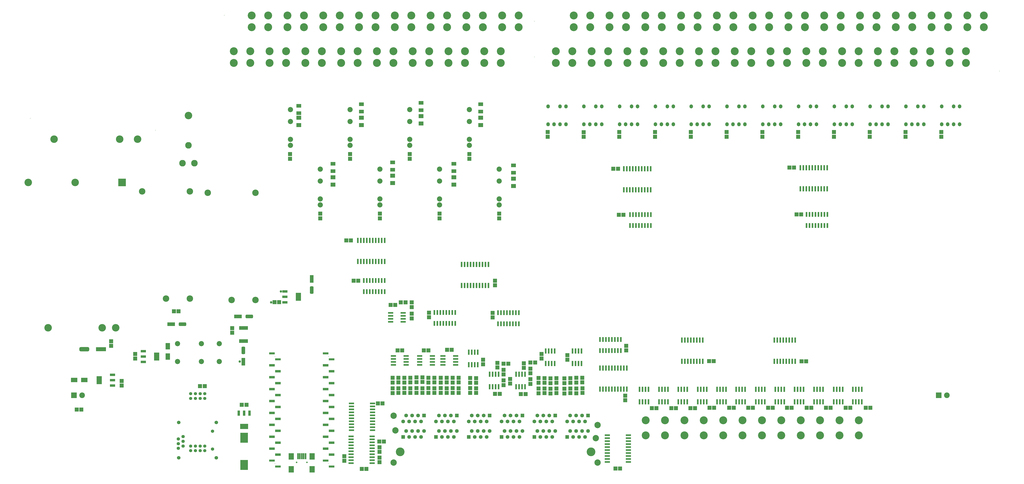
<source format=gts>
%FSLAX25Y25*%
%MOIN*%
G70*
G01*
G75*
G04 Layer_Color=8388736*
%ADD10R,0.05512X0.11811*%
G04:AMPARAMS|DCode=11|XSize=118.11mil|YSize=55.12mil|CornerRadius=13.78mil|HoleSize=0mil|Usage=FLASHONLY|Rotation=90.000|XOffset=0mil|YOffset=0mil|HoleType=Round|Shape=RoundedRectangle|*
%AMROUNDEDRECTD11*
21,1,0.11811,0.02756,0,0,90.0*
21,1,0.09055,0.05512,0,0,90.0*
1,1,0.02756,0.01378,0.04528*
1,1,0.02756,0.01378,-0.04528*
1,1,0.02756,-0.01378,-0.04528*
1,1,0.02756,-0.01378,0.04528*
%
%ADD11ROUNDEDRECTD11*%
%ADD12R,0.05709X0.05906*%
%ADD13R,0.08268X0.12992*%
%ADD14R,0.08268X0.03543*%
%ADD15R,0.07874X0.02362*%
%ADD16R,0.02362X0.08071*%
%ADD17R,0.09000X0.02500*%
%ADD18R,0.09000X0.03500*%
%ADD19R,0.05906X0.05709*%
%ADD20R,0.08071X0.02362*%
%ADD21R,0.02362X0.07480*%
%ADD22R,0.05906X0.05709*%
%ADD23R,0.02362X0.07874*%
%ADD24R,0.11811X0.15748*%
%ADD25R,0.12992X0.08268*%
%ADD26R,0.03543X0.08268*%
%ADD27R,0.01969X0.09252*%
%ADD28R,0.07874X0.09843*%
%ADD29R,0.05709X0.05906*%
%ADD30R,0.14000X0.05500*%
%ADD31R,0.06693X0.09843*%
%ADD32R,0.11811X0.05512*%
G04:AMPARAMS|DCode=33|XSize=118.11mil|YSize=55.12mil|CornerRadius=13.78mil|HoleSize=0mil|Usage=FLASHONLY|Rotation=180.000|XOffset=0mil|YOffset=0mil|HoleType=Round|Shape=RoundedRectangle|*
%AMROUNDEDRECTD33*
21,1,0.11811,0.02756,0,0,180.0*
21,1,0.09055,0.05512,0,0,180.0*
1,1,0.02756,-0.04528,0.01378*
1,1,0.02756,0.04528,0.01378*
1,1,0.02756,0.04528,-0.01378*
1,1,0.02756,-0.04528,-0.01378*
%
%ADD33ROUNDEDRECTD33*%
G04:AMPARAMS|DCode=34|XSize=157.48mil|YSize=62.99mil|CornerRadius=15.75mil|HoleSize=0mil|Usage=FLASHONLY|Rotation=0.000|XOffset=0mil|YOffset=0mil|HoleType=Round|Shape=RoundedRectangle|*
%AMROUNDEDRECTD34*
21,1,0.15748,0.03150,0,0,0.0*
21,1,0.12598,0.06299,0,0,0.0*
1,1,0.03150,0.06299,-0.01575*
1,1,0.03150,-0.06299,-0.01575*
1,1,0.03150,-0.06299,0.01575*
1,1,0.03150,0.06299,0.01575*
%
%ADD34ROUNDEDRECTD34*%
%ADD35R,0.15748X0.06299*%
%ADD36R,0.07480X0.05906*%
%ADD37R,0.07087X0.05512*%
%ADD38R,0.09843X0.06693*%
%ADD39C,0.00600*%
%ADD40C,0.00800*%
%ADD41C,0.02000*%
%ADD42C,0.05000*%
%ADD43C,0.03000*%
%ADD44C,0.07500*%
%ADD45C,0.12500*%
%ADD46C,0.09843*%
%ADD47R,0.05512X0.05512*%
%ADD48C,0.05512*%
%ADD49C,0.07874*%
%ADD50C,0.08661*%
%ADD51R,0.08661X0.08661*%
%ADD52C,0.01772*%
%ADD53C,0.10000*%
%ADD54C,0.11811*%
%ADD55R,0.11811X0.11811*%
%ADD56O,0.04921X0.05906*%
%ADD57C,0.10236*%
%ADD58C,0.04500*%
%ADD59C,0.05118*%
%ADD60C,0.04724*%
%ADD61C,0.03200*%
%ADD62C,0.04000*%
%ADD63C,0.00984*%
%ADD64C,0.02362*%
%ADD65C,0.00787*%
%ADD66C,0.01000*%
%ADD67C,0.01575*%
%ADD68C,0.00500*%
%ADD69R,0.09000X6.30000*%
%ADD70R,1.09500X0.16500*%
%ADD71R,1.22500X0.16500*%
%ADD72R,1.88500X0.16500*%
%ADD73R,2.18000X0.16500*%
%ADD74R,1.62000X0.16500*%
%ADD75R,1.88000X0.16500*%
%ADD76R,2.94000X0.16500*%
%ADD77R,2.63500X0.16500*%
%ADD78R,0.06312X0.12611*%
G04:AMPARAMS|DCode=79|XSize=126.11mil|YSize=63.12mil|CornerRadius=17.78mil|HoleSize=0mil|Usage=FLASHONLY|Rotation=90.000|XOffset=0mil|YOffset=0mil|HoleType=Round|Shape=RoundedRectangle|*
%AMROUNDEDRECTD79*
21,1,0.12611,0.02756,0,0,90.0*
21,1,0.09055,0.06312,0,0,90.0*
1,1,0.03556,0.01378,0.04528*
1,1,0.03556,0.01378,-0.04528*
1,1,0.03556,-0.01378,-0.04528*
1,1,0.03556,-0.01378,0.04528*
%
%ADD79ROUNDEDRECTD79*%
%ADD80R,0.06509X0.06706*%
%ADD81R,0.09068X0.13792*%
%ADD82R,0.09068X0.04343*%
%ADD83R,0.08674X0.03162*%
%ADD84R,0.03162X0.08871*%
%ADD85R,0.09800X0.03300*%
%ADD86R,0.09800X0.04300*%
%ADD87R,0.06706X0.06509*%
%ADD88R,0.08871X0.03162*%
%ADD89R,0.03162X0.08280*%
%ADD90R,0.06706X0.06509*%
%ADD91R,0.03162X0.08674*%
%ADD92R,0.12611X0.16548*%
%ADD93R,0.13792X0.09068*%
%ADD94R,0.04343X0.09068*%
%ADD95R,0.02769X0.10052*%
%ADD96R,0.08674X0.10642*%
%ADD97R,0.06509X0.06706*%
%ADD98R,0.14800X0.06300*%
%ADD99R,0.07493X0.10642*%
%ADD100R,0.12611X0.06312*%
G04:AMPARAMS|DCode=101|XSize=126.11mil|YSize=63.12mil|CornerRadius=17.78mil|HoleSize=0mil|Usage=FLASHONLY|Rotation=180.000|XOffset=0mil|YOffset=0mil|HoleType=Round|Shape=RoundedRectangle|*
%AMROUNDEDRECTD101*
21,1,0.12611,0.02756,0,0,180.0*
21,1,0.09055,0.06312,0,0,180.0*
1,1,0.03556,-0.04528,0.01378*
1,1,0.03556,0.04528,0.01378*
1,1,0.03556,0.04528,-0.01378*
1,1,0.03556,-0.04528,-0.01378*
%
%ADD101ROUNDEDRECTD101*%
G04:AMPARAMS|DCode=102|XSize=165.48mil|YSize=70.99mil|CornerRadius=19.75mil|HoleSize=0mil|Usage=FLASHONLY|Rotation=0.000|XOffset=0mil|YOffset=0mil|HoleType=Round|Shape=RoundedRectangle|*
%AMROUNDEDRECTD102*
21,1,0.16548,0.03150,0,0,0.0*
21,1,0.12598,0.07099,0,0,0.0*
1,1,0.03950,0.06299,-0.01575*
1,1,0.03950,-0.06299,-0.01575*
1,1,0.03950,-0.06299,0.01575*
1,1,0.03950,0.06299,0.01575*
%
%ADD102ROUNDEDRECTD102*%
%ADD103R,0.16548X0.07099*%
%ADD104R,0.08280X0.06706*%
%ADD105R,0.07887X0.06312*%
%ADD106R,0.10642X0.07493*%
%ADD107C,0.13300*%
%ADD108C,0.10642*%
%ADD109C,0.14567*%
%ADD110R,0.06312X0.06312*%
%ADD111C,0.06312*%
%ADD112R,0.00800X0.00800*%
%ADD113C,0.08674*%
%ADD114C,0.09461*%
%ADD115R,0.09461X0.09461*%
%ADD116C,0.02572*%
%ADD117C,0.10800*%
%ADD118C,0.12611*%
%ADD119R,0.12611X0.12611*%
%ADD120O,0.05721X0.06706*%
%ADD121C,0.00800*%
%ADD122C,0.11036*%
%ADD123C,0.05300*%
%ADD124C,0.05918*%
%ADD125C,0.05524*%
D62*
X465100Y-325600D02*
D03*
X396200Y-443200D02*
D03*
X448600Y-343900D02*
D03*
D78*
X516800Y-304451D02*
D03*
X402000Y-443449D02*
D03*
D79*
X516800Y-323349D02*
D03*
X402000Y-424551D02*
D03*
D80*
X454361Y-343700D02*
D03*
X462039D02*
D03*
X1337539Y-196300D02*
D03*
X1329861D02*
D03*
X656739Y-348100D02*
D03*
X649061D02*
D03*
X627661Y-513500D02*
D03*
X635339D02*
D03*
X1346661Y-521000D02*
D03*
X1354339D02*
D03*
X1313661D02*
D03*
X1321339D02*
D03*
X1087161Y-521500D02*
D03*
X1094839D02*
D03*
X1119661D02*
D03*
X1127339D02*
D03*
X1151661D02*
D03*
X1159339D02*
D03*
X1183661Y-521000D02*
D03*
X1191339D02*
D03*
X1216661D02*
D03*
X1224339D02*
D03*
X1282161D02*
D03*
X1289839D02*
D03*
X1248661D02*
D03*
X1256339D02*
D03*
X1379161D02*
D03*
X1386839D02*
D03*
X1445661D02*
D03*
X1453339D02*
D03*
X1412161D02*
D03*
X1419839D02*
D03*
X1338161Y-443000D02*
D03*
X1345839D02*
D03*
X1183161Y-442500D02*
D03*
X1190839D02*
D03*
X594839Y-307500D02*
D03*
X587161D02*
D03*
X1325339Y-117500D02*
D03*
X1317661D02*
D03*
X285661Y-359000D02*
D03*
X293339D02*
D03*
X637839Y-577500D02*
D03*
X630161D02*
D03*
X600661Y-623500D02*
D03*
X608339D02*
D03*
X582339Y-240000D02*
D03*
X574661D02*
D03*
X1039339Y-197000D02*
D03*
X1031661D02*
D03*
X1030239Y-119500D02*
D03*
X1022561D02*
D03*
X1026161Y-623000D02*
D03*
X1033839D02*
D03*
X668339Y-424500D02*
D03*
X660661D02*
D03*
X712339D02*
D03*
X704661D02*
D03*
X751260Y-423500D02*
D03*
X743583D02*
D03*
X130419Y-523980D02*
D03*
X122741D02*
D03*
D81*
X494320Y-334700D02*
D03*
X256821Y-434900D02*
D03*
X160380Y-474600D02*
D03*
D82*
X471879Y-343755D02*
D03*
Y-334700D02*
D03*
Y-325645D02*
D03*
X234380Y-443955D02*
D03*
Y-434900D02*
D03*
Y-425845D02*
D03*
X182820Y-465545D02*
D03*
Y-474600D02*
D03*
Y-483655D02*
D03*
D83*
X583284Y-513500D02*
D03*
Y-518500D02*
D03*
Y-523500D02*
D03*
Y-528500D02*
D03*
Y-533500D02*
D03*
Y-538500D02*
D03*
Y-543500D02*
D03*
Y-548500D02*
D03*
Y-553500D02*
D03*
Y-558500D02*
D03*
X618716Y-513500D02*
D03*
Y-518500D02*
D03*
Y-523500D02*
D03*
Y-528500D02*
D03*
Y-533500D02*
D03*
Y-538500D02*
D03*
Y-543500D02*
D03*
Y-548500D02*
D03*
Y-553500D02*
D03*
Y-558500D02*
D03*
X582784Y-569000D02*
D03*
Y-574000D02*
D03*
Y-579000D02*
D03*
Y-584000D02*
D03*
Y-589000D02*
D03*
Y-594000D02*
D03*
Y-599000D02*
D03*
Y-604000D02*
D03*
Y-609000D02*
D03*
Y-614000D02*
D03*
X618217Y-569000D02*
D03*
Y-574000D02*
D03*
Y-579000D02*
D03*
Y-584000D02*
D03*
Y-589000D02*
D03*
Y-594000D02*
D03*
Y-599000D02*
D03*
Y-604000D02*
D03*
Y-609000D02*
D03*
Y-614000D02*
D03*
X1047717Y-612000D02*
D03*
Y-607000D02*
D03*
Y-602000D02*
D03*
Y-597000D02*
D03*
Y-592000D02*
D03*
Y-587000D02*
D03*
Y-582000D02*
D03*
Y-577000D02*
D03*
Y-572000D02*
D03*
Y-567000D02*
D03*
X1012284Y-612000D02*
D03*
Y-607000D02*
D03*
Y-602000D02*
D03*
Y-597000D02*
D03*
Y-592000D02*
D03*
Y-587000D02*
D03*
Y-582000D02*
D03*
Y-577000D02*
D03*
Y-572000D02*
D03*
Y-567000D02*
D03*
D84*
X1402000Y-489968D02*
D03*
X1397000D02*
D03*
Y-511031D02*
D03*
X1392000Y-489968D02*
D03*
X1407000Y-511031D02*
D03*
X1402000D02*
D03*
X1392000D02*
D03*
X1407000Y-489968D02*
D03*
X1434000D02*
D03*
X1429000D02*
D03*
Y-511031D02*
D03*
X1424000Y-489968D02*
D03*
X1439000Y-511031D02*
D03*
X1434000D02*
D03*
X1424000D02*
D03*
X1439000Y-489968D02*
D03*
X1369000D02*
D03*
X1364000D02*
D03*
Y-511031D02*
D03*
X1359000Y-489968D02*
D03*
X1374000Y-511031D02*
D03*
X1369000D02*
D03*
X1359000D02*
D03*
X1374000Y-489968D02*
D03*
X1336500D02*
D03*
X1331500D02*
D03*
Y-511031D02*
D03*
X1326500Y-489968D02*
D03*
X1341500Y-511031D02*
D03*
X1336500D02*
D03*
X1326500D02*
D03*
X1341500Y-489968D02*
D03*
X1304000D02*
D03*
X1299000D02*
D03*
Y-511031D02*
D03*
X1294000Y-489968D02*
D03*
X1309000Y-511031D02*
D03*
X1304000D02*
D03*
X1294000D02*
D03*
X1309000Y-489968D02*
D03*
X1271500D02*
D03*
X1266500D02*
D03*
Y-511031D02*
D03*
X1261500Y-489968D02*
D03*
X1276500Y-511031D02*
D03*
X1271500D02*
D03*
X1261500D02*
D03*
X1276500Y-489968D02*
D03*
X1238500D02*
D03*
X1233500D02*
D03*
Y-511031D02*
D03*
X1228500Y-489968D02*
D03*
X1243500Y-511031D02*
D03*
X1238500D02*
D03*
X1228500D02*
D03*
X1243500Y-489968D02*
D03*
X1206500D02*
D03*
X1201500D02*
D03*
Y-511031D02*
D03*
X1196500Y-489968D02*
D03*
X1211500Y-511031D02*
D03*
X1206500D02*
D03*
X1196500D02*
D03*
X1211500Y-489968D02*
D03*
X1174000D02*
D03*
X1169000D02*
D03*
Y-511031D02*
D03*
X1164000Y-489968D02*
D03*
X1179000Y-511031D02*
D03*
X1174000D02*
D03*
X1164000D02*
D03*
X1179000Y-489968D02*
D03*
X1141500D02*
D03*
X1136500D02*
D03*
Y-511031D02*
D03*
X1131500Y-489968D02*
D03*
X1146500Y-511031D02*
D03*
X1141500D02*
D03*
X1131500D02*
D03*
X1146500Y-489968D02*
D03*
X1109000D02*
D03*
X1104000D02*
D03*
Y-511031D02*
D03*
X1099000Y-489968D02*
D03*
X1114000Y-511031D02*
D03*
X1109000D02*
D03*
X1099000D02*
D03*
X1114000Y-489968D02*
D03*
X1076500D02*
D03*
X1071500D02*
D03*
Y-511031D02*
D03*
X1066500Y-489968D02*
D03*
X1081500Y-511031D02*
D03*
X1076500D02*
D03*
X1066500D02*
D03*
X1081500Y-489968D02*
D03*
X785000Y-448532D02*
D03*
X790000D02*
D03*
Y-427469D02*
D03*
X795000Y-448532D02*
D03*
X780000Y-427469D02*
D03*
X785000D02*
D03*
X795000D02*
D03*
X780000Y-448532D02*
D03*
X919000Y-425468D02*
D03*
X914000D02*
D03*
Y-446531D02*
D03*
X909000Y-425468D02*
D03*
X924000Y-446531D02*
D03*
X919000D02*
D03*
X909000D02*
D03*
X924000Y-425468D02*
D03*
X964000D02*
D03*
X959000D02*
D03*
Y-446531D02*
D03*
X954000Y-425468D02*
D03*
X969000Y-446531D02*
D03*
X964000D02*
D03*
X954000D02*
D03*
X969000Y-425468D02*
D03*
X869500Y-464468D02*
D03*
X864500D02*
D03*
Y-485531D02*
D03*
X859500Y-464468D02*
D03*
X874500Y-485531D02*
D03*
X869500D02*
D03*
X859500D02*
D03*
X874500Y-464468D02*
D03*
X825000D02*
D03*
X820000D02*
D03*
Y-485531D02*
D03*
X815000Y-464468D02*
D03*
X830000Y-485531D02*
D03*
X825000D02*
D03*
X815000D02*
D03*
X830000Y-464468D02*
D03*
D85*
X550000Y-619500D02*
D03*
X540000Y-609500D02*
D03*
X550000Y-439500D02*
D03*
X540000Y-429500D02*
D03*
X450000D02*
D03*
X460000Y-439500D02*
D03*
X450000Y-609500D02*
D03*
X460000Y-619500D02*
D03*
D86*
X550000Y-599500D02*
D03*
X540000Y-589500D02*
D03*
X550000Y-579500D02*
D03*
X540000Y-569500D02*
D03*
X550000Y-559500D02*
D03*
X540000Y-549500D02*
D03*
X550000Y-539500D02*
D03*
X540000Y-529500D02*
D03*
X550000Y-519500D02*
D03*
X540000Y-509500D02*
D03*
X550000Y-499500D02*
D03*
X540000Y-489500D02*
D03*
X550000Y-479500D02*
D03*
X540000Y-469500D02*
D03*
X550000Y-459500D02*
D03*
X540000Y-449500D02*
D03*
X450000D02*
D03*
X460000Y-459500D02*
D03*
X450000Y-469500D02*
D03*
X460000Y-479500D02*
D03*
X450000Y-489500D02*
D03*
X460000Y-499500D02*
D03*
X450000Y-509500D02*
D03*
X460000Y-519500D02*
D03*
X450000Y-529500D02*
D03*
X460000Y-539500D02*
D03*
X450000Y-549500D02*
D03*
X460000Y-559500D02*
D03*
X450000Y-569500D02*
D03*
X460000Y-579500D02*
D03*
X450000Y-589500D02*
D03*
X460000Y-599500D02*
D03*
D87*
X673937Y-344000D02*
D03*
X666063D02*
D03*
X407437Y-516000D02*
D03*
X399563D02*
D03*
X329563Y-484500D02*
D03*
X337437D02*
D03*
X846437Y-447000D02*
D03*
X838563D02*
D03*
X831937Y-497500D02*
D03*
X824063D02*
D03*
X891437Y-445000D02*
D03*
X883563D02*
D03*
X875437Y-498000D02*
D03*
X867563D02*
D03*
D88*
X670032Y-376500D02*
D03*
X648969Y-361500D02*
D03*
Y-371500D02*
D03*
Y-376500D02*
D03*
X670032Y-361500D02*
D03*
X648969Y-366500D02*
D03*
X670032D02*
D03*
Y-371500D02*
D03*
X674953Y-444000D02*
D03*
Y-439000D02*
D03*
X653890D02*
D03*
X674953Y-434000D02*
D03*
X653890Y-449000D02*
D03*
Y-444000D02*
D03*
Y-434000D02*
D03*
X674953Y-449000D02*
D03*
X718953Y-444000D02*
D03*
Y-439000D02*
D03*
X697890D02*
D03*
X718953Y-434000D02*
D03*
X697890Y-449000D02*
D03*
Y-444000D02*
D03*
Y-434000D02*
D03*
X718953Y-449000D02*
D03*
X757953Y-444000D02*
D03*
Y-439000D02*
D03*
X736890D02*
D03*
X757953Y-434000D02*
D03*
X736890Y-449000D02*
D03*
Y-444000D02*
D03*
Y-434000D02*
D03*
X757953Y-449000D02*
D03*
D89*
X829000Y-379752D02*
D03*
X834000D02*
D03*
X839000D02*
D03*
X844000D02*
D03*
X849000D02*
D03*
X854000D02*
D03*
X859000D02*
D03*
X864000D02*
D03*
X829000Y-361248D02*
D03*
X834000D02*
D03*
X839000D02*
D03*
X844000D02*
D03*
X849000D02*
D03*
X854000D02*
D03*
X859000D02*
D03*
X864000D02*
D03*
X722500Y-379252D02*
D03*
X727500D02*
D03*
X732500D02*
D03*
X737500D02*
D03*
X742500D02*
D03*
X747500D02*
D03*
X752500D02*
D03*
X757500D02*
D03*
X722500Y-360748D02*
D03*
X727500D02*
D03*
X732500D02*
D03*
X737500D02*
D03*
X742500D02*
D03*
X747500D02*
D03*
X752500D02*
D03*
X757500D02*
D03*
X639033Y-307310D02*
D03*
X634033D02*
D03*
X629033D02*
D03*
X624033D02*
D03*
X619033D02*
D03*
X614033D02*
D03*
X609033D02*
D03*
X604033D02*
D03*
X639033Y-325813D02*
D03*
X634033D02*
D03*
X629033D02*
D03*
X624033D02*
D03*
X619033D02*
D03*
X614033D02*
D03*
X609033D02*
D03*
X604033D02*
D03*
X999900Y-424752D02*
D03*
X1004900D02*
D03*
X1009900D02*
D03*
X1014900D02*
D03*
X1019900D02*
D03*
X1024900D02*
D03*
X1029900D02*
D03*
X1034900D02*
D03*
X999900Y-406248D02*
D03*
X1004900D02*
D03*
X1009900D02*
D03*
X1014900D02*
D03*
X1019900D02*
D03*
X1024900D02*
D03*
X1029900D02*
D03*
X1034900D02*
D03*
X1085250Y-196449D02*
D03*
X1080250D02*
D03*
X1075250D02*
D03*
X1070250D02*
D03*
X1065250D02*
D03*
X1060250D02*
D03*
X1055250D02*
D03*
X1050250D02*
D03*
X1085250Y-214953D02*
D03*
X1080250D02*
D03*
X1075250D02*
D03*
X1070250D02*
D03*
X1065250D02*
D03*
X1060250D02*
D03*
X1055250D02*
D03*
X1050250D02*
D03*
X1381500Y-196248D02*
D03*
X1376500D02*
D03*
X1371500D02*
D03*
X1366500D02*
D03*
X1361500D02*
D03*
X1356500D02*
D03*
X1351500D02*
D03*
X1346500D02*
D03*
X1381500Y-214752D02*
D03*
X1376500D02*
D03*
X1371500D02*
D03*
X1366500D02*
D03*
X1361500D02*
D03*
X1356500D02*
D03*
X1351500D02*
D03*
X1346500D02*
D03*
D90*
X820000Y-361661D02*
D03*
Y-369339D02*
D03*
X713500Y-361161D02*
D03*
Y-368839D02*
D03*
X824000Y-315339D02*
D03*
Y-307661D02*
D03*
X383500Y-394839D02*
D03*
Y-387161D02*
D03*
X180500Y-416839D02*
D03*
Y-409161D02*
D03*
X630500Y-587161D02*
D03*
Y-594839D02*
D03*
X571500Y-602161D02*
D03*
Y-609839D02*
D03*
X630500Y-604661D02*
D03*
Y-612339D02*
D03*
X1042400Y-508339D02*
D03*
Y-500661D02*
D03*
X1044000Y-417061D02*
D03*
Y-424739D02*
D03*
X662000Y-488161D02*
D03*
Y-495839D02*
D03*
Y-470661D02*
D03*
Y-478339D02*
D03*
X682000Y-488161D02*
D03*
Y-495839D02*
D03*
Y-470661D02*
D03*
Y-478339D02*
D03*
X702500Y-488161D02*
D03*
Y-495839D02*
D03*
Y-470000D02*
D03*
Y-477677D02*
D03*
X722500Y-488161D02*
D03*
Y-495839D02*
D03*
Y-470661D02*
D03*
Y-478339D02*
D03*
X743000Y-488161D02*
D03*
Y-495839D02*
D03*
Y-470661D02*
D03*
Y-478339D02*
D03*
X763000Y-488161D02*
D03*
Y-495839D02*
D03*
Y-470661D02*
D03*
Y-478339D02*
D03*
X792500Y-488161D02*
D03*
Y-495839D02*
D03*
Y-471161D02*
D03*
Y-478839D02*
D03*
X838500Y-464839D02*
D03*
Y-457161D02*
D03*
X828000Y-453339D02*
D03*
Y-445661D02*
D03*
X883500Y-462839D02*
D03*
Y-455161D02*
D03*
X872500Y-453839D02*
D03*
Y-446161D02*
D03*
X907000Y-488661D02*
D03*
Y-496339D02*
D03*
Y-471161D02*
D03*
Y-478839D02*
D03*
X927000Y-488661D02*
D03*
Y-496339D02*
D03*
Y-471161D02*
D03*
Y-478839D02*
D03*
X950500Y-488661D02*
D03*
Y-496339D02*
D03*
Y-471161D02*
D03*
Y-478839D02*
D03*
X970600Y-488161D02*
D03*
Y-495839D02*
D03*
X970500Y-470461D02*
D03*
Y-478139D02*
D03*
X804000Y-447839D02*
D03*
Y-440161D02*
D03*
X901900Y-430561D02*
D03*
Y-438239D02*
D03*
X945500Y-432661D02*
D03*
Y-440339D02*
D03*
X849500Y-472661D02*
D03*
Y-480339D02*
D03*
D91*
X1381089Y-117894D02*
D03*
X1376089D02*
D03*
X1371089D02*
D03*
X1366089D02*
D03*
X1361089D02*
D03*
X1356089D02*
D03*
X1351089D02*
D03*
X1346089D02*
D03*
X1341089D02*
D03*
X1336089D02*
D03*
X1381089Y-153327D02*
D03*
X1376089D02*
D03*
X1371089D02*
D03*
X1366089D02*
D03*
X1361089D02*
D03*
X1356089D02*
D03*
X1351089D02*
D03*
X1346089D02*
D03*
X1341089D02*
D03*
X1336089D02*
D03*
X1000000Y-489716D02*
D03*
X1005000D02*
D03*
X1010000D02*
D03*
X1015000D02*
D03*
X1020000D02*
D03*
X1025000D02*
D03*
X1030000D02*
D03*
X1035000D02*
D03*
X1040000D02*
D03*
X1045000D02*
D03*
X1000000Y-454284D02*
D03*
X1005000D02*
D03*
X1010000D02*
D03*
X1015000D02*
D03*
X1020000D02*
D03*
X1025000D02*
D03*
X1030000D02*
D03*
X1035000D02*
D03*
X1040000D02*
D03*
X1045000D02*
D03*
X639202Y-239868D02*
D03*
X634202D02*
D03*
X629202D02*
D03*
X624202D02*
D03*
X619202D02*
D03*
X614202D02*
D03*
X609202D02*
D03*
X604202D02*
D03*
X599202D02*
D03*
X594202D02*
D03*
X639202Y-275302D02*
D03*
X634202D02*
D03*
X629202D02*
D03*
X624202D02*
D03*
X619202D02*
D03*
X614202D02*
D03*
X609202D02*
D03*
X604202D02*
D03*
X599202D02*
D03*
X594202D02*
D03*
X1084928Y-119468D02*
D03*
X1079928D02*
D03*
X1074928D02*
D03*
X1069928D02*
D03*
X1064928D02*
D03*
X1059928D02*
D03*
X1054928D02*
D03*
X1049928D02*
D03*
X1044928D02*
D03*
X1039928D02*
D03*
X1084928Y-154902D02*
D03*
X1079928D02*
D03*
X1074928D02*
D03*
X1069928D02*
D03*
X1064928D02*
D03*
X1059928D02*
D03*
X1054928D02*
D03*
X1049928D02*
D03*
X1044928D02*
D03*
X1039928D02*
D03*
X1327500Y-407185D02*
D03*
X1322500D02*
D03*
X1317500D02*
D03*
X1312500D02*
D03*
X1307500D02*
D03*
X1302500D02*
D03*
X1297500D02*
D03*
X1292500D02*
D03*
X1327500Y-442815D02*
D03*
X1322500D02*
D03*
X1317500D02*
D03*
X1312500D02*
D03*
X1307500D02*
D03*
X1302500D02*
D03*
X1297500D02*
D03*
X1292500D02*
D03*
X1172500Y-407185D02*
D03*
X1167500D02*
D03*
X1162500D02*
D03*
X1157500D02*
D03*
X1152500D02*
D03*
X1147500D02*
D03*
X1142500D02*
D03*
X1137500D02*
D03*
X1172500Y-442815D02*
D03*
X1167500D02*
D03*
X1162500D02*
D03*
X1157500D02*
D03*
X1152500D02*
D03*
X1147500D02*
D03*
X1142500D02*
D03*
X1137500D02*
D03*
X813000Y-280283D02*
D03*
X808000D02*
D03*
X803000D02*
D03*
X798000D02*
D03*
X793000D02*
D03*
X788000D02*
D03*
X783000D02*
D03*
X778000D02*
D03*
X773000D02*
D03*
X768000D02*
D03*
X813000Y-315717D02*
D03*
X808000D02*
D03*
X803000D02*
D03*
X798000D02*
D03*
X793000D02*
D03*
X788000D02*
D03*
X783000D02*
D03*
X778000D02*
D03*
X773000D02*
D03*
X768000D02*
D03*
D92*
X403500Y-571272D02*
D03*
Y-616941D02*
D03*
D93*
Y-552220D02*
D03*
D94*
X394445Y-529779D02*
D03*
X403500D02*
D03*
X412555D02*
D03*
D95*
X493701Y-602365D02*
D03*
X496850Y-602367D02*
D03*
X500000D02*
D03*
X506299D02*
D03*
X503150D02*
D03*
D96*
X482480Y-602582D02*
D03*
Y-624235D02*
D03*
X517520D02*
D03*
Y-602582D02*
D03*
D97*
X220800Y-438337D02*
D03*
Y-430463D02*
D03*
X1572500Y-65937D02*
D03*
Y-58063D02*
D03*
X1512500Y-65937D02*
D03*
Y-58063D02*
D03*
X1452500Y-65937D02*
D03*
Y-58063D02*
D03*
X1392500Y-65937D02*
D03*
Y-58063D02*
D03*
X1332500Y-65937D02*
D03*
Y-58063D02*
D03*
X1272500Y-65937D02*
D03*
Y-58063D02*
D03*
X1212500Y-65937D02*
D03*
Y-58063D02*
D03*
X1152500Y-65937D02*
D03*
Y-58063D02*
D03*
X1092500Y-65937D02*
D03*
Y-58063D02*
D03*
X1032500Y-65937D02*
D03*
Y-58063D02*
D03*
X972800Y-66037D02*
D03*
Y-58163D02*
D03*
X831000Y-202937D02*
D03*
Y-195063D02*
D03*
X781000Y-102937D02*
D03*
Y-95063D02*
D03*
X731000Y-202937D02*
D03*
Y-195063D02*
D03*
X681000Y-102937D02*
D03*
Y-95063D02*
D03*
X631000Y-202937D02*
D03*
Y-195063D02*
D03*
X581000Y-102937D02*
D03*
Y-95063D02*
D03*
X531000Y-202937D02*
D03*
Y-195063D02*
D03*
X480500Y-102937D02*
D03*
Y-95063D02*
D03*
X912500Y-65937D02*
D03*
Y-58063D02*
D03*
X652500Y-496137D02*
D03*
Y-488263D02*
D03*
Y-478437D02*
D03*
Y-470563D02*
D03*
X672000Y-495937D02*
D03*
Y-488063D02*
D03*
Y-478437D02*
D03*
Y-470563D02*
D03*
X692500Y-495937D02*
D03*
Y-488063D02*
D03*
Y-477776D02*
D03*
Y-469902D02*
D03*
X684500Y-370937D02*
D03*
Y-363063D02*
D03*
Y-344063D02*
D03*
Y-351937D02*
D03*
X712500Y-495937D02*
D03*
Y-488063D02*
D03*
Y-478437D02*
D03*
Y-470563D02*
D03*
X733000Y-495937D02*
D03*
Y-488063D02*
D03*
Y-478437D02*
D03*
Y-470563D02*
D03*
X753000Y-495937D02*
D03*
Y-488063D02*
D03*
Y-478437D02*
D03*
Y-470563D02*
D03*
X782500Y-495937D02*
D03*
Y-488063D02*
D03*
Y-478937D02*
D03*
Y-471063D02*
D03*
X838500Y-482937D02*
D03*
Y-475063D02*
D03*
X883500Y-480937D02*
D03*
Y-473063D02*
D03*
X897000Y-496437D02*
D03*
Y-488563D02*
D03*
Y-478937D02*
D03*
Y-471063D02*
D03*
X917000Y-496937D02*
D03*
Y-489063D02*
D03*
Y-479437D02*
D03*
Y-471563D02*
D03*
X940500Y-496937D02*
D03*
Y-489063D02*
D03*
Y-479437D02*
D03*
Y-471563D02*
D03*
X960500Y-496437D02*
D03*
Y-488563D02*
D03*
Y-478437D02*
D03*
Y-470563D02*
D03*
X198200Y-475863D02*
D03*
Y-483737D02*
D03*
D98*
X402500Y-387000D02*
D03*
Y-409000D02*
D03*
D99*
X275500Y-417739D02*
D03*
Y-435061D02*
D03*
D100*
X393051Y-367500D02*
D03*
X281051Y-380500D02*
D03*
D101*
X411949Y-367500D02*
D03*
X299949Y-380500D02*
D03*
D102*
X135524Y-422500D02*
D03*
D103*
X163476D02*
D03*
D104*
X855000Y-148602D02*
D03*
Y-136398D02*
D03*
X800000Y-46102D02*
D03*
Y-33898D02*
D03*
X755000Y-146102D02*
D03*
Y-133898D02*
D03*
X700000Y-43602D02*
D03*
Y-31398D02*
D03*
X652500Y-143602D02*
D03*
Y-131398D02*
D03*
X600000Y-46102D02*
D03*
Y-33898D02*
D03*
X552500Y-146102D02*
D03*
Y-133898D02*
D03*
X495000Y-46102D02*
D03*
Y-33898D02*
D03*
D105*
X855000Y-113898D02*
D03*
Y-126102D02*
D03*
X800000Y-11398D02*
D03*
Y-23602D02*
D03*
X755000Y-111398D02*
D03*
Y-123602D02*
D03*
X700000Y-8898D02*
D03*
Y-21102D02*
D03*
X652500Y-108898D02*
D03*
Y-121102D02*
D03*
X600000Y-11398D02*
D03*
Y-23602D02*
D03*
X552500Y-111398D02*
D03*
Y-123602D02*
D03*
X495000Y-13898D02*
D03*
Y-26102D02*
D03*
D106*
X118239Y-474400D02*
D03*
X135561D02*
D03*
D107*
X1076638Y-567146D02*
D03*
Y-541949D02*
D03*
X1109138D02*
D03*
Y-567146D02*
D03*
X1141638D02*
D03*
Y-541949D02*
D03*
X1174138D02*
D03*
Y-567146D02*
D03*
X1206638D02*
D03*
Y-541949D02*
D03*
X1239138D02*
D03*
Y-567146D02*
D03*
X1271638D02*
D03*
Y-541949D02*
D03*
X1304138D02*
D03*
Y-567146D02*
D03*
X1336638D02*
D03*
Y-541949D02*
D03*
X1369138D02*
D03*
Y-567146D02*
D03*
X1401638D02*
D03*
Y-541949D02*
D03*
X1434138D02*
D03*
Y-567146D02*
D03*
X1223800Y118150D02*
D03*
X1196200D02*
D03*
Y137850D02*
D03*
X1223800D02*
D03*
X1253800Y77850D02*
D03*
X1226200D02*
D03*
Y58150D02*
D03*
X1253800D02*
D03*
X1283800Y137850D02*
D03*
X1256200D02*
D03*
Y118150D02*
D03*
X1283800D02*
D03*
X1313800Y58150D02*
D03*
X1286200D02*
D03*
Y77850D02*
D03*
X1313800D02*
D03*
X1343800Y118150D02*
D03*
X1316200D02*
D03*
Y137850D02*
D03*
X1343800D02*
D03*
X1373800Y77850D02*
D03*
X1346200D02*
D03*
Y58150D02*
D03*
X1373800D02*
D03*
X1403800Y137850D02*
D03*
X1376200D02*
D03*
Y118150D02*
D03*
X1403800D02*
D03*
X1433800Y58150D02*
D03*
X1406200D02*
D03*
Y77850D02*
D03*
X1433800D02*
D03*
X1463800Y118150D02*
D03*
X1436200D02*
D03*
Y137850D02*
D03*
X1463800D02*
D03*
X1493800Y77850D02*
D03*
X1466200D02*
D03*
Y58150D02*
D03*
X1493800D02*
D03*
X1523800Y137850D02*
D03*
X1496200D02*
D03*
Y118150D02*
D03*
X1523800D02*
D03*
X1553800Y58150D02*
D03*
X1526200D02*
D03*
Y77850D02*
D03*
X1553800D02*
D03*
X1583800Y118150D02*
D03*
X1556200D02*
D03*
Y137850D02*
D03*
X1583800D02*
D03*
X1643800D02*
D03*
X1616200D02*
D03*
Y118150D02*
D03*
X1643800D02*
D03*
X1613800Y77850D02*
D03*
X1586200D02*
D03*
Y58150D02*
D03*
X1613800D02*
D03*
X1193800D02*
D03*
X1166200D02*
D03*
Y77850D02*
D03*
X1193800D02*
D03*
X1163800Y137850D02*
D03*
X1136200D02*
D03*
Y118150D02*
D03*
X1163800D02*
D03*
X1103800D02*
D03*
X1076200D02*
D03*
Y137850D02*
D03*
X1103800D02*
D03*
X1133800Y77850D02*
D03*
X1106200D02*
D03*
Y58150D02*
D03*
X1133800D02*
D03*
X1073800D02*
D03*
X1046200D02*
D03*
Y77850D02*
D03*
X1073800D02*
D03*
X1043800Y137850D02*
D03*
X1016200D02*
D03*
Y118150D02*
D03*
X1043800D02*
D03*
X1013800Y77850D02*
D03*
X986200D02*
D03*
Y58150D02*
D03*
X1013800D02*
D03*
X983800Y118150D02*
D03*
X956200D02*
D03*
Y137850D02*
D03*
X983800D02*
D03*
X953800Y58150D02*
D03*
X926200D02*
D03*
Y77850D02*
D03*
X953800D02*
D03*
X863800Y137850D02*
D03*
X836200D02*
D03*
Y118150D02*
D03*
X863800D02*
D03*
X833800Y77850D02*
D03*
X806200D02*
D03*
Y58150D02*
D03*
X833800D02*
D03*
X803800Y118150D02*
D03*
X776200D02*
D03*
Y137850D02*
D03*
X803800D02*
D03*
X773800Y77850D02*
D03*
X746200D02*
D03*
Y58150D02*
D03*
X773800D02*
D03*
X743800Y137850D02*
D03*
X716200D02*
D03*
Y118150D02*
D03*
X743800D02*
D03*
X713800Y58150D02*
D03*
X686200D02*
D03*
Y77850D02*
D03*
X713800D02*
D03*
X683800Y118150D02*
D03*
X656200D02*
D03*
Y137850D02*
D03*
X683800D02*
D03*
X563800Y118150D02*
D03*
X536200D02*
D03*
Y137850D02*
D03*
X563800D02*
D03*
X593800Y77850D02*
D03*
X566200D02*
D03*
Y58150D02*
D03*
X593800D02*
D03*
X623800Y137850D02*
D03*
X596200D02*
D03*
Y118150D02*
D03*
X623800D02*
D03*
X653800Y58150D02*
D03*
X626200D02*
D03*
Y77850D02*
D03*
X653800D02*
D03*
X503800Y137850D02*
D03*
X476200D02*
D03*
Y118150D02*
D03*
X503800D02*
D03*
X533800Y58150D02*
D03*
X506200D02*
D03*
Y77850D02*
D03*
X533800D02*
D03*
X473800D02*
D03*
X446200D02*
D03*
Y58150D02*
D03*
X473800D02*
D03*
X443800Y118150D02*
D03*
X416200D02*
D03*
Y137850D02*
D03*
X443800D02*
D03*
X413800Y58150D02*
D03*
X386200D02*
D03*
Y77850D02*
D03*
X413800D02*
D03*
D108*
X992992Y-572024D02*
D03*
X995984Y-550016D02*
D03*
Y-613008D02*
D03*
X657008Y-559031D02*
D03*
X654016Y-534386D02*
D03*
Y-613008D02*
D03*
D109*
X985000Y-595016D02*
D03*
X665000D02*
D03*
D110*
X980000Y-534031D02*
D03*
X925000D02*
D03*
X870000D02*
D03*
X815000Y-533992D02*
D03*
X759980D02*
D03*
X704961D02*
D03*
X670000Y-570016D02*
D03*
X725000D02*
D03*
X780000D02*
D03*
X834980Y-570016D02*
D03*
X890000Y-570016D02*
D03*
X945000D02*
D03*
D111*
X970000Y-534031D02*
D03*
X960000D02*
D03*
X950000D02*
D03*
X890000Y-544031D02*
D03*
X895000Y-534031D02*
D03*
X900000Y-544031D02*
D03*
X905000Y-534031D02*
D03*
X910000Y-544031D02*
D03*
X915000Y-534031D02*
D03*
X920000Y-544031D02*
D03*
X975000D02*
D03*
X965000D02*
D03*
X955000D02*
D03*
X945000D02*
D03*
X865000D02*
D03*
X860000Y-534031D02*
D03*
X855000Y-544031D02*
D03*
X850000Y-534031D02*
D03*
X845000Y-544031D02*
D03*
X840000Y-534031D02*
D03*
X835000Y-544031D02*
D03*
X810000Y-543992D02*
D03*
X805000Y-533992D02*
D03*
X800000Y-543992D02*
D03*
X795000Y-533992D02*
D03*
X790000Y-543992D02*
D03*
X785000Y-533992D02*
D03*
X780000Y-543992D02*
D03*
X754980D02*
D03*
X749980Y-533992D02*
D03*
X744980Y-543992D02*
D03*
X739980Y-533992D02*
D03*
X734980Y-543992D02*
D03*
X729980Y-533992D02*
D03*
X724980Y-543992D02*
D03*
X699961D02*
D03*
X694961Y-533992D02*
D03*
X689961Y-543992D02*
D03*
X684961Y-533992D02*
D03*
X679961Y-543992D02*
D03*
X674961Y-533992D02*
D03*
X669961Y-543992D02*
D03*
X675000Y-560016D02*
D03*
X680000Y-570016D02*
D03*
X685000Y-560016D02*
D03*
X690000Y-570016D02*
D03*
X695000Y-560016D02*
D03*
X700000Y-570016D02*
D03*
X705000Y-560016D02*
D03*
X730000D02*
D03*
X735000Y-570016D02*
D03*
X740000Y-560016D02*
D03*
X745000Y-570016D02*
D03*
X750000Y-560016D02*
D03*
X755000Y-570016D02*
D03*
X760000Y-560016D02*
D03*
X785000D02*
D03*
X790000Y-570016D02*
D03*
X795000Y-560016D02*
D03*
X800000Y-570016D02*
D03*
X805000Y-560016D02*
D03*
X810000Y-570016D02*
D03*
X815000Y-560016D02*
D03*
X839980Y-560016D02*
D03*
X844980Y-570016D02*
D03*
X849980Y-560016D02*
D03*
X854980Y-570016D02*
D03*
X859980Y-560016D02*
D03*
X864980Y-570016D02*
D03*
X869980Y-560016D02*
D03*
X895000Y-560016D02*
D03*
X900000Y-570016D02*
D03*
X905000Y-560016D02*
D03*
X910000Y-570016D02*
D03*
X915000Y-560016D02*
D03*
X920000Y-570016D02*
D03*
X925000Y-560016D02*
D03*
X950000D02*
D03*
X955000Y-570016D02*
D03*
X960000Y-560016D02*
D03*
X965000Y-570016D02*
D03*
X970000Y-560016D02*
D03*
X975000Y-570016D02*
D03*
X980000Y-560016D02*
D03*
D112*
X545000Y-614500D02*
D03*
Y-434500D02*
D03*
X455000D02*
D03*
Y-614500D02*
D03*
D113*
X291700Y-443100D02*
D03*
X331700D02*
D03*
X361700D02*
D03*
Y-413100D02*
D03*
X331700D02*
D03*
X291700D02*
D03*
X531000Y-120400D02*
D03*
Y-140400D02*
D03*
Y-170400D02*
D03*
Y-180400D02*
D03*
X631000Y-120400D02*
D03*
Y-140400D02*
D03*
Y-170400D02*
D03*
Y-180400D02*
D03*
X731000Y-120400D02*
D03*
Y-140400D02*
D03*
Y-170400D02*
D03*
Y-180400D02*
D03*
X831000Y-120400D02*
D03*
Y-140400D02*
D03*
Y-170400D02*
D03*
Y-180400D02*
D03*
X781000Y-80400D02*
D03*
Y-70400D02*
D03*
Y-40400D02*
D03*
Y-20400D02*
D03*
X681000Y-80400D02*
D03*
Y-70400D02*
D03*
Y-40400D02*
D03*
Y-20400D02*
D03*
X581000Y-80400D02*
D03*
Y-70400D02*
D03*
Y-40400D02*
D03*
Y-20400D02*
D03*
X481000Y-80400D02*
D03*
Y-70400D02*
D03*
Y-40400D02*
D03*
Y-20400D02*
D03*
D114*
X1581890Y-500000D02*
D03*
X131890D02*
D03*
D115*
X1568110D02*
D03*
X118110D02*
D03*
D116*
X508661Y-612424D02*
D03*
X491339D02*
D03*
D117*
X342500Y-160000D02*
D03*
X422500D02*
D03*
Y-340000D02*
D03*
X382500D02*
D03*
X232500Y-157500D02*
D03*
X312500D02*
D03*
Y-337500D02*
D03*
X272500D02*
D03*
D118*
X74724Y-386595D02*
D03*
X165276D02*
D03*
X187913D02*
D03*
X41260Y-142500D02*
D03*
X120000D02*
D03*
X224606Y-70020D02*
D03*
X194606D02*
D03*
X84606D02*
D03*
X310000Y-30236D02*
D03*
D119*
X198740Y-142500D02*
D03*
D120*
X1572900Y-15000D02*
D03*
X1592900D02*
D03*
X1602900D02*
D03*
Y-45000D02*
D03*
X1592900D02*
D03*
X1582900D02*
D03*
X1572900D02*
D03*
X1512900D02*
D03*
X1522900D02*
D03*
X1532900D02*
D03*
X1542900D02*
D03*
Y-15000D02*
D03*
X1532900D02*
D03*
X1512900D02*
D03*
X1452900D02*
D03*
X1472900D02*
D03*
X1482900D02*
D03*
Y-45000D02*
D03*
X1472900D02*
D03*
X1462900D02*
D03*
X1452900D02*
D03*
X1392900D02*
D03*
X1402900D02*
D03*
X1412900D02*
D03*
X1422900D02*
D03*
Y-15000D02*
D03*
X1412900D02*
D03*
X1392900D02*
D03*
X1332900D02*
D03*
X1352900D02*
D03*
X1362900D02*
D03*
Y-45000D02*
D03*
X1352900D02*
D03*
X1342900D02*
D03*
X1332900D02*
D03*
X1212900Y-15000D02*
D03*
X1232900D02*
D03*
X1242900D02*
D03*
Y-45000D02*
D03*
X1232900D02*
D03*
X1222900D02*
D03*
X1212900D02*
D03*
X1272900D02*
D03*
X1282900D02*
D03*
X1292900D02*
D03*
X1302900D02*
D03*
Y-15000D02*
D03*
X1292900D02*
D03*
X1272900D02*
D03*
X1152900Y-45000D02*
D03*
X1162900D02*
D03*
X1172900D02*
D03*
X1182900D02*
D03*
Y-15000D02*
D03*
X1172900D02*
D03*
X1152900D02*
D03*
X1092900D02*
D03*
X1112900D02*
D03*
X1122900D02*
D03*
Y-45000D02*
D03*
X1112900D02*
D03*
X1102900D02*
D03*
X1092900D02*
D03*
X1032900D02*
D03*
X1042900D02*
D03*
X1052900D02*
D03*
X1062900D02*
D03*
Y-15000D02*
D03*
X1052900D02*
D03*
X1032900D02*
D03*
X972900D02*
D03*
X992900D02*
D03*
X1002900D02*
D03*
Y-45000D02*
D03*
X992900D02*
D03*
X982900D02*
D03*
X972900D02*
D03*
X912900D02*
D03*
X922900D02*
D03*
X932900D02*
D03*
X942900D02*
D03*
Y-15000D02*
D03*
X932900D02*
D03*
X912900D02*
D03*
D121*
X254606Y-54980D02*
D03*
X44606Y-34980D02*
D03*
X370000Y138000D02*
D03*
X1670000Y44500D02*
D03*
X890000Y68000D02*
D03*
Y128000D02*
D03*
D122*
X310000Y-80236D02*
D03*
X300000Y-110236D02*
D03*
X320000D02*
D03*
D123*
X337493Y-505077D02*
D03*
Y-497203D02*
D03*
X329619Y-505077D02*
D03*
Y-497203D02*
D03*
X321745Y-505077D02*
D03*
Y-497203D02*
D03*
X313871Y-505077D02*
D03*
Y-497203D02*
D03*
X313885Y-585104D02*
D03*
X321759D02*
D03*
X329633D02*
D03*
X337507D02*
D03*
X313885Y-592978D02*
D03*
X321759D02*
D03*
X329633D02*
D03*
X337507D02*
D03*
D124*
X293806Y-545742D02*
D03*
Y-604797D02*
D03*
X356798D02*
D03*
Y-545742D02*
D03*
D125*
X293202Y-573309D02*
D03*
X301102Y-569369D02*
D03*
Y-577249D02*
D03*
Y-585129D02*
D03*
X293202Y-581189D02*
D03*
Y-589069D02*
D03*
X350302Y-590269D02*
D03*
Y-560269D02*
D03*
M02*

</source>
